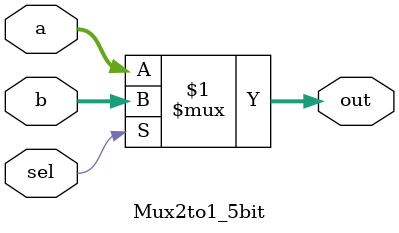
<source format=v>
module Mux2to1_5bit(
	input [4:0] a,
	input [4:0] b,
	output [4:0] out,
	input sel
);
	assign out = (sel) ? (b) : (a);
endmodule
</source>
